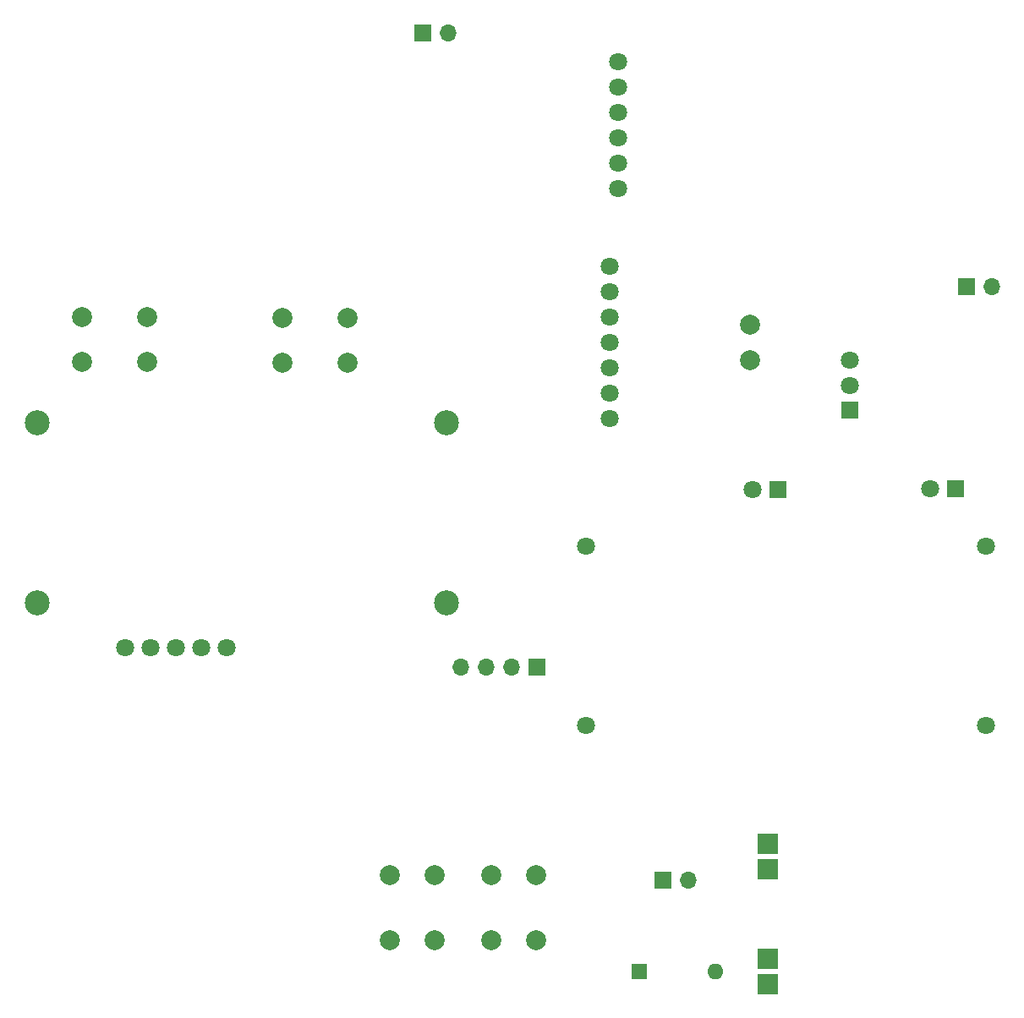
<source format=gbr>
%TF.GenerationSoftware,KiCad,Pcbnew,(6.0.2)*%
%TF.CreationDate,2022-05-24T08:49:35-05:00*%
%TF.ProjectId,Placa-Final,506c6163-612d-4466-996e-616c2e6b6963,rev?*%
%TF.SameCoordinates,Original*%
%TF.FileFunction,Soldermask,Bot*%
%TF.FilePolarity,Negative*%
%FSLAX46Y46*%
G04 Gerber Fmt 4.6, Leading zero omitted, Abs format (unit mm)*
G04 Created by KiCad (PCBNEW (6.0.2)) date 2022-05-24 08:49:35*
%MOMM*%
%LPD*%
G01*
G04 APERTURE LIST*
%ADD10C,1.800000*%
%ADD11R,1.800000X1.800000*%
%ADD12C,2.500000*%
%ADD13R,1.700000X1.700000*%
%ADD14O,1.700000X1.700000*%
%ADD15C,2.000000*%
%ADD16R,2.000000X2.000000*%
%ADD17R,1.600000X1.600000*%
%ADD18O,1.600000X1.600000*%
G04 APERTURE END LIST*
D10*
%TO.C,U3*%
X90658400Y-48583900D03*
X90658400Y-46043900D03*
X90658400Y-43503900D03*
X90658400Y-40963900D03*
X90658400Y-38423900D03*
X90658400Y-35883900D03*
%TD*%
D11*
%TO.C,RV1*%
X113813300Y-70804800D03*
D10*
X113813300Y-68304800D03*
X113813300Y-65804800D03*
%TD*%
D12*
%TO.C,U5*%
X73447100Y-90079700D03*
X73447100Y-72079700D03*
X32447100Y-90079700D03*
X32447100Y-72079700D03*
%TD*%
D13*
%TO.C,BT1*%
X95159100Y-117885000D03*
D14*
X97699100Y-117885000D03*
%TD*%
D15*
%TO.C,U8*%
X103837200Y-65778700D03*
X103837200Y-62278700D03*
D10*
X89837200Y-71648700D03*
X89837200Y-69108700D03*
X89837200Y-66568700D03*
X89837200Y-64028700D03*
X89837200Y-61488700D03*
X89837200Y-58948700D03*
X89837200Y-56408700D03*
%TD*%
%TO.C,D1*%
X121920000Y-78660000D03*
D11*
X124460000Y-78660000D03*
%TD*%
D16*
%TO.C,U9*%
X105640100Y-114247000D03*
X105640100Y-116787000D03*
X105640100Y-125707000D03*
X105640100Y-128247000D03*
%TD*%
D10*
%TO.C,U4*%
X51416100Y-94588300D03*
X48876100Y-94588300D03*
X46336100Y-94588300D03*
X43796100Y-94588300D03*
X41256100Y-94588300D03*
%TD*%
D17*
%TO.C,CB1*%
X92752500Y-127000000D03*
D18*
X100372500Y-127000000D03*
%TD*%
D13*
%TO.C,U2*%
X71120000Y-33020000D03*
D14*
X73660000Y-33020000D03*
%TD*%
D11*
%TO.C,D2*%
X106680000Y-78740000D03*
D10*
X104140000Y-78740000D03*
%TD*%
D15*
%TO.C,SW4*%
X77961400Y-117395300D03*
X77961400Y-123895300D03*
X82461400Y-117395300D03*
X82461400Y-123895300D03*
%TD*%
D10*
%TO.C,U6*%
X127440300Y-102400500D03*
X127440300Y-84400500D03*
X87440300Y-102400500D03*
X87440300Y-84400500D03*
%TD*%
D15*
%TO.C,SW1*%
X36975000Y-65975100D03*
X43475000Y-65975100D03*
X36975000Y-61475100D03*
X43475000Y-61475100D03*
%TD*%
%TO.C,SW2*%
X63571100Y-61538400D03*
X57071100Y-61538400D03*
X57071100Y-66038400D03*
X63571100Y-66038400D03*
%TD*%
D14*
%TO.C,U7*%
X74920000Y-96520000D03*
X77460000Y-96520000D03*
X80000000Y-96520000D03*
D13*
X82540000Y-96520000D03*
%TD*%
D15*
%TO.C,SW3*%
X67801400Y-117395300D03*
X67801400Y-123895300D03*
X72301400Y-117395300D03*
X72301400Y-123895300D03*
%TD*%
D13*
%TO.C,LS1*%
X125493100Y-58420000D03*
D14*
X128033100Y-58420000D03*
%TD*%
M02*

</source>
